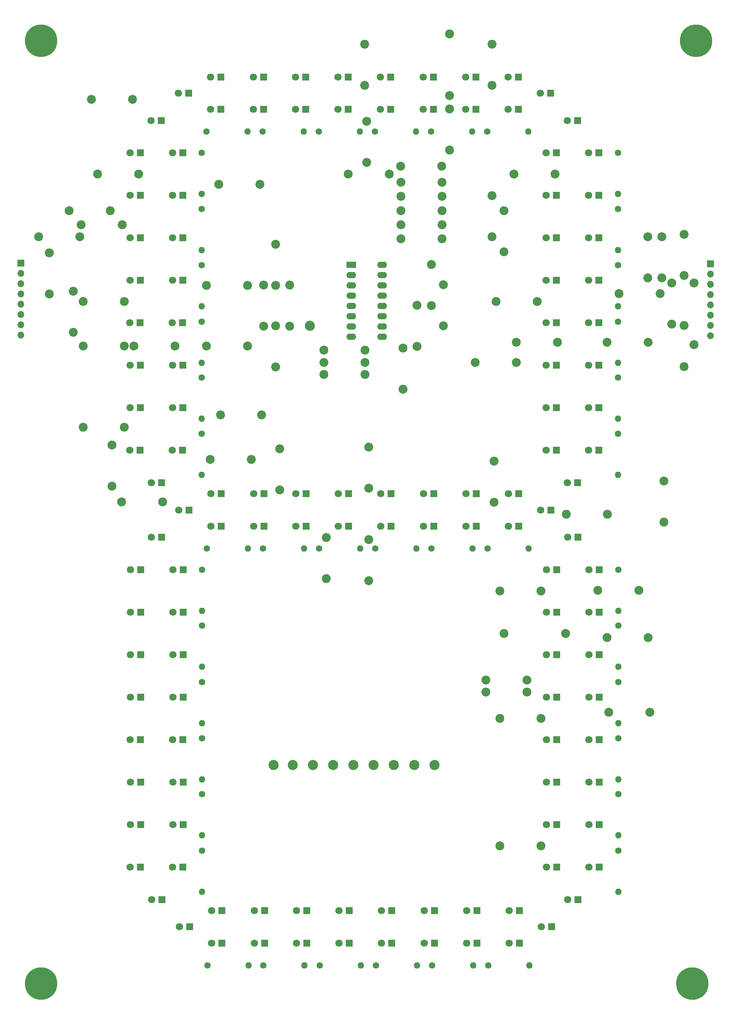
<source format=gbs>
%TF.GenerationSoftware,KiCad,Pcbnew,(6.0.6)*%
%TF.CreationDate,2022-09-29T15:29:04+08:00*%
%TF.ProjectId,7SegmentDisplay_DualLine_8Inches,37536567-6d65-46e7-9444-6973706c6179,rev?*%
%TF.SameCoordinates,Original*%
%TF.FileFunction,Soldermask,Bot*%
%TF.FilePolarity,Negative*%
%FSLAX46Y46*%
G04 Gerber Fmt 4.6, Leading zero omitted, Abs format (unit mm)*
G04 Created by KiCad (PCBNEW (6.0.6)) date 2022-09-29 15:29:04*
%MOMM*%
%LPD*%
G01*
G04 APERTURE LIST*
%ADD10C,0.900000*%
%ADD11C,8.000000*%
%ADD12R,1.800000X1.800000*%
%ADD13C,1.800000*%
%ADD14C,2.200000*%
%ADD15O,2.200000X2.200000*%
%ADD16C,1.600000*%
%ADD17O,1.600000X1.600000*%
%ADD18R,1.700000X1.700000*%
%ADD19O,1.700000X1.700000*%
%ADD20R,2.400000X1.600000*%
%ADD21O,2.400000X1.600000*%
%ADD22C,2.500000*%
G04 APERTURE END LIST*
D10*
%TO.C,REF\u002A\u002A*%
X402000000Y-21000000D03*
X396000000Y-21000000D03*
X396878680Y-23121320D03*
D11*
X399000000Y-21000000D03*
D10*
X396878680Y-18878680D03*
X399000000Y-18000000D03*
X401121320Y-23121320D03*
X401121320Y-18878680D03*
X399000000Y-24000000D03*
%TD*%
%TO.C,REF\u002A\u002A*%
X402000000Y-254000000D03*
X396000000Y-254000000D03*
X396878680Y-256121320D03*
D11*
X399000000Y-254000000D03*
D10*
X396878680Y-251878680D03*
X399000000Y-251000000D03*
X401121320Y-256121320D03*
X401121320Y-251878680D03*
X399000000Y-257000000D03*
%TD*%
%TO.C,REF\u002A\u002A*%
X563000000Y-254000000D03*
X557000000Y-254000000D03*
X557878680Y-256121320D03*
D11*
X560000000Y-254000000D03*
D10*
X557878680Y-251878680D03*
X560000000Y-251000000D03*
X562121320Y-256121320D03*
X562121320Y-251878680D03*
X560000000Y-257000000D03*
%TD*%
%TO.C,REF\u002A\u002A*%
X558000000Y-21000000D03*
X563121320Y-18878680D03*
X561000000Y-24000000D03*
X563121320Y-23121320D03*
X558878680Y-23121320D03*
X558878680Y-18878680D03*
X561000000Y-18000000D03*
D11*
X561000000Y-21000000D03*
D10*
X564000000Y-21000000D03*
%TD*%
D12*
%TO.C,REF\u002A\u002A*%
X526515000Y-162250000D03*
D13*
X523975000Y-162250000D03*
%TD*%
D12*
%TO.C,REF\u002A\u002A*%
X464555000Y-141000000D03*
D13*
X462015000Y-141000000D03*
%TD*%
D12*
%TO.C,REF\u002A\u002A*%
X526485000Y-225250000D03*
D13*
X523945000Y-225250000D03*
%TD*%
D12*
%TO.C,REF\u002A\u002A*%
X423605000Y-172750000D03*
D13*
X421065000Y-172750000D03*
%TD*%
D12*
%TO.C,REF\u002A\u002A*%
X435580000Y-137000000D03*
D13*
X433040000Y-137000000D03*
%TD*%
D14*
%TO.C,REF\u002A\u002A*%
X511500000Y-85500000D03*
D15*
X521660000Y-85500000D03*
%TD*%
D12*
%TO.C,REF\u002A\u002A*%
X454095000Y-133000000D03*
D13*
X451555000Y-133000000D03*
%TD*%
D14*
%TO.C,REF\u002A\u002A*%
X488000000Y-70000000D03*
D15*
X498160000Y-70000000D03*
%TD*%
D14*
%TO.C,REF\u002A\u002A*%
X538920000Y-168500000D03*
D15*
X549080000Y-168500000D03*
%TD*%
D16*
%TO.C,REF\u002A\u002A*%
X541645000Y-76500000D03*
D17*
X541645000Y-86660000D03*
%TD*%
D12*
%TO.C,REF\u002A\u002A*%
X525055000Y-137000000D03*
D13*
X522515000Y-137000000D03*
%TD*%
D16*
%TO.C,REF\u002A\u002A*%
X481670000Y-146500000D03*
D17*
X491830000Y-146500000D03*
%TD*%
D16*
%TO.C,REF\u002A\u002A*%
X467670000Y-43500000D03*
D17*
X477830000Y-43500000D03*
%TD*%
D12*
%TO.C,REF\u002A\u002A*%
X496257500Y-236007500D03*
D13*
X493717500Y-236007500D03*
%TD*%
D16*
%TO.C,REF\u002A\u002A*%
X541725000Y-179500000D03*
D17*
X541725000Y-189660000D03*
%TD*%
D16*
%TO.C,REF\u002A\u002A*%
X440162500Y-249507500D03*
D17*
X450322500Y-249507500D03*
%TD*%
D16*
%TO.C,REF\u002A\u002A*%
X438750000Y-48750000D03*
D17*
X438750000Y-58910000D03*
%TD*%
D12*
%TO.C,REF\u002A\u002A*%
X423525000Y-101250000D03*
D13*
X420985000Y-101250000D03*
%TD*%
D12*
%TO.C,REF\u002A\u002A*%
X434105000Y-151750000D03*
D13*
X431565000Y-151750000D03*
%TD*%
D14*
%TO.C,REF\u002A\u002A*%
X418920000Y-135000000D03*
D15*
X429080000Y-135000000D03*
%TD*%
D16*
%TO.C,REF\u002A\u002A*%
X438830000Y-165580000D03*
D17*
X438830000Y-175740000D03*
%TD*%
D16*
%TO.C,REF\u002A\u002A*%
X509340000Y-43500000D03*
D17*
X519500000Y-43500000D03*
%TD*%
D14*
%TO.C,REF\u002A\u002A*%
X513500000Y-167500000D03*
D15*
X528740000Y-167500000D03*
%TD*%
D14*
%TO.C,REF\u002A\u002A*%
X408920000Y-66500000D03*
D15*
X419080000Y-66500000D03*
%TD*%
D16*
%TO.C,REF\u002A\u002A*%
X453830000Y-146500000D03*
D17*
X463990000Y-146500000D03*
%TD*%
D12*
%TO.C,REF\u002A\u002A*%
X485555000Y-133000000D03*
D13*
X483015000Y-133000000D03*
%TD*%
D12*
%TO.C,REF\u002A\u002A*%
X423525000Y-80250000D03*
D13*
X420985000Y-80250000D03*
%TD*%
D12*
%TO.C,REF\u002A\u002A*%
X423605000Y-204250000D03*
D13*
X421065000Y-204250000D03*
%TD*%
D12*
%TO.C,REF\u002A\u002A*%
X526405000Y-90750000D03*
D13*
X523865000Y-90750000D03*
%TD*%
D12*
%TO.C,REF\u002A\u002A*%
X454015000Y-30000000D03*
D13*
X451475000Y-30000000D03*
%TD*%
D16*
%TO.C,REF\u002A\u002A*%
X438750000Y-118170000D03*
D17*
X438750000Y-128330000D03*
%TD*%
D16*
%TO.C,REF\u002A\u002A*%
X541725000Y-193420000D03*
D17*
X541725000Y-203580000D03*
%TD*%
D18*
%TO.C,REF\u002A\u002A*%
X394000000Y-76000000D03*
D19*
X394000000Y-78540000D03*
X394000000Y-81080000D03*
X394000000Y-83620000D03*
X394000000Y-86160000D03*
X394000000Y-88700000D03*
X394000000Y-91240000D03*
X394000000Y-93780000D03*
%TD*%
D12*
%TO.C,REF\u002A\u002A*%
X434105000Y-204250000D03*
D13*
X431565000Y-204250000D03*
%TD*%
D12*
%TO.C,REF\u002A\u002A*%
X506757500Y-236007500D03*
D13*
X504217500Y-236007500D03*
%TD*%
D14*
%TO.C,REF\u002A\u002A*%
X510500000Y-69500000D03*
D15*
X510500000Y-59340000D03*
%TD*%
D12*
%TO.C,REF\u002A\u002A*%
X434090000Y-193750000D03*
D13*
X431550000Y-193750000D03*
%TD*%
D12*
%TO.C,REF\u002A\u002A*%
X443717500Y-236007500D03*
D13*
X441177500Y-236007500D03*
%TD*%
D12*
%TO.C,REF\u002A\u002A*%
X536985000Y-225250000D03*
D13*
X534445000Y-225250000D03*
%TD*%
D14*
%TO.C,REF\u002A\u002A*%
X409420000Y-116500000D03*
D15*
X419580000Y-116500000D03*
%TD*%
D14*
%TO.C,REF\u002A\u002A*%
X511000000Y-135080000D03*
D15*
X511000000Y-124920000D03*
%TD*%
D14*
%TO.C,REF\u002A\u002A*%
X453500000Y-113500000D03*
D15*
X443340000Y-113500000D03*
%TD*%
D14*
%TO.C,REF\u002A\u002A*%
X552500000Y-79580000D03*
D15*
X552500000Y-69420000D03*
%TD*%
D12*
%TO.C,REF\u002A\u002A*%
X423510000Y-90750000D03*
D13*
X420970000Y-90750000D03*
%TD*%
D12*
%TO.C,REF\u002A\u002A*%
X536920000Y-101250000D03*
D13*
X534380000Y-101250000D03*
%TD*%
D12*
%TO.C,REF\u002A\u002A*%
X475055000Y-141000000D03*
D13*
X472515000Y-141000000D03*
%TD*%
D12*
%TO.C,REF\u002A\u002A*%
X428775000Y-130250000D03*
D13*
X426235000Y-130250000D03*
%TD*%
D12*
%TO.C,REF\u002A\u002A*%
X526485000Y-193750000D03*
D13*
X523945000Y-193750000D03*
%TD*%
D14*
%TO.C,REF\u002A\u002A*%
X457000000Y-71340000D03*
D15*
X457000000Y-81500000D03*
%TD*%
D12*
%TO.C,REF\u002A\u002A*%
X526500000Y-183250000D03*
D13*
X523960000Y-183250000D03*
%TD*%
D12*
%TO.C,REF\u002A\u002A*%
X464717500Y-236007500D03*
D13*
X462177500Y-236007500D03*
%TD*%
D14*
%TO.C,REF\u002A\u002A*%
X416500000Y-131080000D03*
D15*
X416500000Y-120920000D03*
%TD*%
D14*
%TO.C,REF\u002A\u002A*%
X555000000Y-91080000D03*
D15*
X555000000Y-80920000D03*
%TD*%
D14*
%TO.C,REF\u002A\u002A*%
X421580000Y-35500000D03*
D15*
X411420000Y-35500000D03*
%TD*%
D12*
%TO.C,REF\u002A\u002A*%
X434010000Y-90750000D03*
D13*
X431470000Y-90750000D03*
%TD*%
D14*
%TO.C,REF\u002A\u002A*%
X498160000Y-56000000D03*
D15*
X488000000Y-56000000D03*
%TD*%
D12*
%TO.C,REF\u002A\u002A*%
X434105000Y-172750000D03*
D13*
X431565000Y-172750000D03*
%TD*%
D12*
%TO.C,REF\u002A\u002A*%
X526420000Y-111750000D03*
D13*
X523880000Y-111750000D03*
%TD*%
D12*
%TO.C,REF\u002A\u002A*%
X423525000Y-48750000D03*
D13*
X420985000Y-48750000D03*
%TD*%
D14*
%TO.C,REF\u002A\u002A*%
X488000000Y-66500000D03*
D15*
X498160000Y-66500000D03*
%TD*%
D12*
%TO.C,REF\u002A\u002A*%
X423525000Y-69750000D03*
D13*
X420985000Y-69750000D03*
%TD*%
D16*
%TO.C,REF\u002A\u002A*%
X438830000Y-179500000D03*
D17*
X438830000Y-189660000D03*
%TD*%
D14*
%TO.C,REF\u002A\u002A*%
X454000000Y-81420000D03*
D15*
X454000000Y-91580000D03*
%TD*%
D12*
%TO.C,REF\u002A\u002A*%
X428750000Y-40750000D03*
D13*
X426210000Y-40750000D03*
%TD*%
D16*
%TO.C,REF\u002A\u002A*%
X439920000Y-43500000D03*
D17*
X450080000Y-43500000D03*
%TD*%
D12*
%TO.C,REF\u002A\u002A*%
X536935000Y-59250000D03*
D13*
X534395000Y-59250000D03*
%TD*%
D14*
%TO.C,REF\u002A\u002A*%
X468920000Y-103500000D03*
D15*
X479080000Y-103500000D03*
%TD*%
D16*
%TO.C,REF\u002A\u002A*%
X541645000Y-62580000D03*
D17*
X541645000Y-72740000D03*
%TD*%
D14*
%TO.C,REF\u002A\u002A*%
X510500000Y-32080000D03*
D15*
X510500000Y-21920000D03*
%TD*%
D14*
%TO.C,REF\u002A\u002A*%
X480000000Y-154500000D03*
D15*
X480000000Y-144340000D03*
%TD*%
D12*
%TO.C,REF\u002A\u002A*%
X443555000Y-141000000D03*
D13*
X441015000Y-141000000D03*
%TD*%
D12*
%TO.C,REF\u002A\u002A*%
X496015000Y-38000000D03*
D13*
X493475000Y-38000000D03*
%TD*%
D12*
%TO.C,REF\u002A\u002A*%
X531670000Y-130250000D03*
D13*
X529130000Y-130250000D03*
%TD*%
D16*
%TO.C,REF\u002A\u002A*%
X438750000Y-90420000D03*
D17*
X438750000Y-100580000D03*
%TD*%
D12*
%TO.C,REF\u002A\u002A*%
X517095000Y-133000000D03*
D13*
X514555000Y-133000000D03*
%TD*%
D12*
%TO.C,REF\u002A\u002A*%
X443555000Y-133000000D03*
D13*
X441015000Y-133000000D03*
%TD*%
D16*
%TO.C,REF\u002A\u002A*%
X467912500Y-249507500D03*
D17*
X478072500Y-249507500D03*
%TD*%
D12*
%TO.C,REF\u002A\u002A*%
X526500000Y-204250000D03*
D13*
X523960000Y-204250000D03*
%TD*%
D12*
%TO.C,REF\u002A\u002A*%
X434025000Y-111750000D03*
D13*
X431485000Y-111750000D03*
%TD*%
D12*
%TO.C,REF\u002A\u002A*%
X434090000Y-225250000D03*
D13*
X431550000Y-225250000D03*
%TD*%
D12*
%TO.C,REF\u002A\u002A*%
X475217500Y-244007500D03*
D13*
X472677500Y-244007500D03*
%TD*%
D12*
%TO.C,REF\u002A\u002A*%
X537000000Y-183250000D03*
D13*
X534460000Y-183250000D03*
%TD*%
D12*
%TO.C,REF\u002A\u002A*%
X423510000Y-122250000D03*
D13*
X420970000Y-122250000D03*
%TD*%
D12*
%TO.C,REF\u002A\u002A*%
X526420000Y-80250000D03*
D13*
X523880000Y-80250000D03*
%TD*%
D14*
%TO.C,REF\u002A\u002A*%
X553000000Y-140000000D03*
D15*
X553000000Y-129840000D03*
%TD*%
D12*
%TO.C,REF\u002A\u002A*%
X434105000Y-214750000D03*
D13*
X431565000Y-214750000D03*
%TD*%
D14*
%TO.C,REF\u002A\u002A*%
X458000000Y-132000000D03*
D15*
X458000000Y-121840000D03*
%TD*%
D12*
%TO.C,REF\u002A\u002A*%
X526420000Y-101250000D03*
D13*
X523880000Y-101250000D03*
%TD*%
D14*
%TO.C,REF\u002A\u002A*%
X492000000Y-86420000D03*
D15*
X492000000Y-96580000D03*
%TD*%
D12*
%TO.C,REF\u002A\u002A*%
X423540000Y-59250000D03*
D13*
X421000000Y-59250000D03*
%TD*%
D12*
%TO.C,REF\u002A\u002A*%
X475217500Y-236007500D03*
D13*
X472677500Y-236007500D03*
%TD*%
D12*
%TO.C,REF\u002A\u002A*%
X526500000Y-214750000D03*
D13*
X523960000Y-214750000D03*
%TD*%
D14*
%TO.C,REF\u002A\u002A*%
X460500000Y-91580000D03*
D15*
X460500000Y-81420000D03*
%TD*%
D12*
%TO.C,REF\u002A\u002A*%
X434010000Y-122250000D03*
D13*
X431470000Y-122250000D03*
%TD*%
D16*
%TO.C,REF\u002A\u002A*%
X438750000Y-104250000D03*
D17*
X438750000Y-114410000D03*
%TD*%
D16*
%TO.C,REF\u002A\u002A*%
X495500000Y-146500000D03*
D17*
X505660000Y-146500000D03*
%TD*%
D14*
%TO.C,REF\u002A\u002A*%
X512420000Y-220000000D03*
D15*
X522580000Y-220000000D03*
%TD*%
D12*
%TO.C,REF\u002A\u002A*%
X428855000Y-233250000D03*
D13*
X426315000Y-233250000D03*
%TD*%
D12*
%TO.C,REF\u002A\u002A*%
X443717500Y-244007500D03*
D13*
X441177500Y-244007500D03*
%TD*%
D12*
%TO.C,REF\u002A\u002A*%
X423590000Y-193750000D03*
D13*
X421050000Y-193750000D03*
%TD*%
D18*
%TO.C,REF\u002A\u002A*%
X564500000Y-76125000D03*
D19*
X564500000Y-78665000D03*
X564500000Y-81205000D03*
X564500000Y-83745000D03*
X564500000Y-86285000D03*
X564500000Y-88825000D03*
X564500000Y-91365000D03*
X564500000Y-93905000D03*
%TD*%
D14*
%TO.C,REF\u002A\u002A*%
X488000000Y-63000000D03*
D15*
X498160000Y-63000000D03*
%TD*%
D16*
%TO.C,REF\u002A\u002A*%
X481590000Y-43500000D03*
D17*
X491750000Y-43500000D03*
%TD*%
D14*
%TO.C,REF\u002A\u002A*%
X558000000Y-101580000D03*
D15*
X558000000Y-91420000D03*
%TD*%
D14*
%TO.C,REF\u002A\u002A*%
X401000000Y-83580000D03*
D15*
X401000000Y-73420000D03*
%TD*%
D12*
%TO.C,REF\u002A\u002A*%
X423605000Y-151750000D03*
D13*
X421065000Y-151750000D03*
%TD*%
D14*
%TO.C,REF\u002A\u002A*%
X469500000Y-154000000D03*
D15*
X469500000Y-143840000D03*
%TD*%
D14*
%TO.C,REF\u002A\u002A*%
X485080000Y-54000000D03*
D15*
X474920000Y-54000000D03*
%TD*%
D12*
%TO.C,REF\u002A\u002A*%
X526420000Y-69750000D03*
D13*
X523880000Y-69750000D03*
%TD*%
D12*
%TO.C,REF\u002A\u002A*%
X496095000Y-133000000D03*
D13*
X493555000Y-133000000D03*
%TD*%
D12*
%TO.C,REF\u002A\u002A*%
X423620000Y-162250000D03*
D13*
X421080000Y-162250000D03*
%TD*%
D12*
%TO.C,REF\u002A\u002A*%
X496015000Y-30000000D03*
D13*
X493475000Y-30000000D03*
%TD*%
D14*
%TO.C,REF\u002A\u002A*%
X500000000Y-48080000D03*
D15*
X500000000Y-37920000D03*
%TD*%
D16*
%TO.C,REF\u002A\u002A*%
X438830000Y-151750000D03*
D17*
X438830000Y-161910000D03*
%TD*%
D16*
%TO.C,REF\u002A\u002A*%
X438830000Y-207250000D03*
D17*
X438830000Y-217410000D03*
%TD*%
D12*
%TO.C,REF\u002A\u002A*%
X506595000Y-133000000D03*
D13*
X504055000Y-133000000D03*
%TD*%
D12*
%TO.C,REF\u002A\u002A*%
X475055000Y-133000000D03*
D13*
X472515000Y-133000000D03*
%TD*%
D14*
%TO.C,REF\u002A\u002A*%
X541920000Y-83500000D03*
D15*
X552080000Y-83500000D03*
%TD*%
D12*
%TO.C,REF\u002A\u002A*%
X506595000Y-141000000D03*
D13*
X504055000Y-141000000D03*
%TD*%
D14*
%TO.C,REF\u002A\u002A*%
X549000000Y-79580000D03*
D15*
X549000000Y-69420000D03*
%TD*%
D16*
%TO.C,REF\u002A\u002A*%
X438830000Y-221170000D03*
D17*
X438830000Y-231330000D03*
%TD*%
D12*
%TO.C,REF\u002A\u002A*%
X536920000Y-111750000D03*
D13*
X534380000Y-111750000D03*
%TD*%
D16*
%TO.C,REF\u002A\u002A*%
X438830000Y-193420000D03*
D17*
X438830000Y-203580000D03*
%TD*%
D12*
%TO.C,REF\u002A\u002A*%
X517257500Y-236007500D03*
D13*
X514717500Y-236007500D03*
%TD*%
D12*
%TO.C,REF\u002A\u002A*%
X517015000Y-38000000D03*
D13*
X514475000Y-38000000D03*
%TD*%
D12*
%TO.C,REF\u002A\u002A*%
X496257500Y-244007500D03*
D13*
X493717500Y-244007500D03*
%TD*%
D14*
%TO.C,REF\u002A\u002A*%
X442920000Y-56500000D03*
D15*
X453080000Y-56500000D03*
%TD*%
D16*
%TO.C,REF\u002A\u002A*%
X541645000Y-90420000D03*
D17*
X541645000Y-100580000D03*
%TD*%
D12*
%TO.C,REF\u002A\u002A*%
X531725000Y-143750000D03*
D13*
X529185000Y-143750000D03*
%TD*%
D16*
%TO.C,REF\u002A\u002A*%
X453750000Y-43500000D03*
D17*
X463910000Y-43500000D03*
%TD*%
D14*
%TO.C,REF\u002A\u002A*%
X398420000Y-69500000D03*
D15*
X408580000Y-69500000D03*
%TD*%
D16*
%TO.C,REF\u002A\u002A*%
X541725000Y-151750000D03*
D17*
X541725000Y-161910000D03*
%TD*%
D14*
%TO.C,REF\u002A\u002A*%
X516500000Y-95500000D03*
D15*
X526660000Y-95500000D03*
%TD*%
D14*
%TO.C,REF\u002A\u002A*%
X479080000Y-100500000D03*
D15*
X468920000Y-100500000D03*
%TD*%
D12*
%TO.C,REF\u002A\u002A*%
X423605000Y-214750000D03*
D13*
X421065000Y-214750000D03*
%TD*%
D12*
%TO.C,REF\u002A\u002A*%
X506757500Y-244007500D03*
D13*
X504217500Y-244007500D03*
%TD*%
D16*
%TO.C,REF\u002A\u002A*%
X541725000Y-221170000D03*
D17*
X541725000Y-231330000D03*
%TD*%
D14*
%TO.C,REF\u002A\u002A*%
X498080000Y-52000000D03*
D15*
X487920000Y-52000000D03*
%TD*%
D12*
%TO.C,REF\u002A\u002A*%
X537015000Y-162250000D03*
D13*
X534475000Y-162250000D03*
%TD*%
D16*
%TO.C,REF\u002A\u002A*%
X509420000Y-146500000D03*
D17*
X519580000Y-146500000D03*
%TD*%
D12*
%TO.C,REF\u002A\u002A*%
X464475000Y-38000000D03*
D13*
X461935000Y-38000000D03*
%TD*%
D12*
%TO.C,REF\u002A\u002A*%
X454257500Y-236007500D03*
D13*
X451717500Y-236007500D03*
%TD*%
D12*
%TO.C,REF\u002A\u002A*%
X434025000Y-80250000D03*
D13*
X431485000Y-80250000D03*
%TD*%
D12*
%TO.C,REF\u002A\u002A*%
X434025000Y-69750000D03*
D13*
X431485000Y-69750000D03*
%TD*%
D14*
%TO.C,REF\u002A\u002A*%
X440840000Y-124500000D03*
D15*
X451000000Y-124500000D03*
%TD*%
D14*
%TO.C,REF\u002A\u002A*%
X509000000Y-182000000D03*
D15*
X519160000Y-182000000D03*
%TD*%
D14*
%TO.C,REF\u002A\u002A*%
X480000000Y-131580000D03*
D15*
X480000000Y-121420000D03*
%TD*%
D14*
%TO.C,REF\u002A\u002A*%
X528920000Y-138000000D03*
D15*
X539080000Y-138000000D03*
%TD*%
D12*
%TO.C,REF\u002A\u002A*%
X525217500Y-240007500D03*
D13*
X522677500Y-240007500D03*
%TD*%
D20*
%TO.C,REF\u002A\u002A*%
X475675000Y-76375000D03*
D21*
X475675000Y-78915000D03*
X475675000Y-81455000D03*
X475675000Y-83995000D03*
X475675000Y-86535000D03*
X475675000Y-89075000D03*
X475675000Y-91615000D03*
X475675000Y-94155000D03*
X483295000Y-94155000D03*
X483295000Y-91615000D03*
X483295000Y-89075000D03*
X483295000Y-86535000D03*
X483295000Y-83995000D03*
X483295000Y-81455000D03*
X483295000Y-78915000D03*
X483295000Y-76375000D03*
%TD*%
D16*
%TO.C,REF\u002A\u002A*%
X453992500Y-249507500D03*
D17*
X464152500Y-249507500D03*
%TD*%
D12*
%TO.C,REF\u002A\u002A*%
X506515000Y-30000000D03*
D13*
X503975000Y-30000000D03*
%TD*%
D12*
%TO.C,REF\u002A\u002A*%
X485475000Y-30000000D03*
D13*
X482935000Y-30000000D03*
%TD*%
D16*
%TO.C,REF\u002A\u002A*%
X541645000Y-48750000D03*
D17*
X541645000Y-58910000D03*
%TD*%
D12*
%TO.C,REF\u002A\u002A*%
X474975000Y-38000000D03*
D13*
X472435000Y-38000000D03*
%TD*%
D12*
%TO.C,REF\u002A\u002A*%
X464555000Y-133000000D03*
D13*
X462015000Y-133000000D03*
%TD*%
D12*
%TO.C,REF\u002A\u002A*%
X524975000Y-34000000D03*
D13*
X522435000Y-34000000D03*
%TD*%
D16*
%TO.C,REF\u002A\u002A*%
X541645000Y-118170000D03*
D17*
X541645000Y-128330000D03*
%TD*%
D12*
%TO.C,REF\u002A\u002A*%
X536920000Y-48750000D03*
D13*
X534380000Y-48750000D03*
%TD*%
D12*
%TO.C,REF\u002A\u002A*%
X526420000Y-48750000D03*
D13*
X523880000Y-48750000D03*
%TD*%
D12*
%TO.C,REF\u002A\u002A*%
X434025000Y-101250000D03*
D13*
X431485000Y-101250000D03*
%TD*%
D12*
%TO.C,REF\u002A\u002A*%
X496095000Y-141000000D03*
D13*
X493555000Y-141000000D03*
%TD*%
D14*
%TO.C,REF\u002A\u002A*%
X500000000Y-34620000D03*
D15*
X500000000Y-19380000D03*
%TD*%
D12*
%TO.C,REF\u002A\u002A*%
X464475000Y-30000000D03*
D13*
X461935000Y-30000000D03*
%TD*%
D14*
%TO.C,REF\u002A\u002A*%
X515920000Y-54000000D03*
D15*
X526080000Y-54000000D03*
%TD*%
D14*
%TO.C,REF\u002A\u002A*%
X450080000Y-96500000D03*
D15*
X439920000Y-96500000D03*
%TD*%
D14*
%TO.C,REF\u002A\u002A*%
X558000000Y-79000000D03*
D15*
X558000000Y-68840000D03*
%TD*%
D16*
%TO.C,REF\u002A\u002A*%
X509582500Y-249507500D03*
D17*
X519742500Y-249507500D03*
%TD*%
D14*
%TO.C,REF\u002A\u002A*%
X488500000Y-97000000D03*
D15*
X488500000Y-107160000D03*
%TD*%
D16*
%TO.C,REF\u002A\u002A*%
X541725000Y-207250000D03*
D17*
X541725000Y-217410000D03*
%TD*%
D12*
%TO.C,REF\u002A\u002A*%
X434025000Y-48750000D03*
D13*
X431485000Y-48750000D03*
%TD*%
D12*
%TO.C,REF\u002A\u002A*%
X536985000Y-193750000D03*
D13*
X534445000Y-193750000D03*
%TD*%
D14*
%TO.C,REF\u002A\u002A*%
X513500000Y-73160000D03*
D15*
X513500000Y-63000000D03*
%TD*%
D16*
%TO.C,REF\u002A\u002A*%
X440000000Y-146500000D03*
D17*
X450160000Y-146500000D03*
%TD*%
D12*
%TO.C,REF\u002A\u002A*%
X423525000Y-111750000D03*
D13*
X420985000Y-111750000D03*
%TD*%
D16*
%TO.C,REF\u002A\u002A*%
X467750000Y-146500000D03*
D17*
X477910000Y-146500000D03*
%TD*%
D14*
%TO.C,REF\u002A\u002A*%
X432080000Y-96500000D03*
D15*
X421920000Y-96500000D03*
%TD*%
D12*
%TO.C,REF\u002A\u002A*%
X454095000Y-141000000D03*
D13*
X451555000Y-141000000D03*
%TD*%
D12*
%TO.C,REF\u002A\u002A*%
X485717500Y-236007500D03*
D13*
X483177500Y-236007500D03*
%TD*%
D12*
%TO.C,REF\u002A\u002A*%
X531645000Y-40750000D03*
D13*
X529105000Y-40750000D03*
%TD*%
D12*
%TO.C,REF\u002A\u002A*%
X536905000Y-122250000D03*
D13*
X534365000Y-122250000D03*
%TD*%
D12*
%TO.C,REF\u002A\u002A*%
X517257500Y-244007500D03*
D13*
X514717500Y-244007500D03*
%TD*%
D16*
%TO.C,REF\u002A\u002A*%
X541725000Y-165580000D03*
D17*
X541725000Y-175740000D03*
%TD*%
D12*
%TO.C,REF\u002A\u002A*%
X537000000Y-172750000D03*
D13*
X534460000Y-172750000D03*
%TD*%
D12*
%TO.C,REF\u002A\u002A*%
X423590000Y-225250000D03*
D13*
X421050000Y-225250000D03*
%TD*%
D12*
%TO.C,REF\u002A\u002A*%
X464717500Y-244007500D03*
D13*
X462177500Y-244007500D03*
%TD*%
D12*
%TO.C,REF\u002A\u002A*%
X434120000Y-162250000D03*
D13*
X431580000Y-162250000D03*
%TD*%
D14*
%TO.C,REF\u002A\u002A*%
X479500000Y-51080000D03*
D15*
X479500000Y-40920000D03*
%TD*%
D12*
%TO.C,REF\u002A\u002A*%
X536920000Y-69750000D03*
D13*
X534380000Y-69750000D03*
%TD*%
D12*
%TO.C,REF\u002A\u002A*%
X454257500Y-244007500D03*
D13*
X451717500Y-244007500D03*
%TD*%
D16*
%TO.C,REF\u002A\u002A*%
X495662500Y-249507500D03*
D17*
X505822500Y-249507500D03*
%TD*%
D12*
%TO.C,REF\u002A\u002A*%
X485555000Y-141000000D03*
D13*
X483015000Y-141000000D03*
%TD*%
D12*
%TO.C,REF\u002A\u002A*%
X443475000Y-30000000D03*
D13*
X440935000Y-30000000D03*
%TD*%
D14*
%TO.C,REF\u002A\u002A*%
X468920000Y-97500000D03*
D15*
X479080000Y-97500000D03*
%TD*%
D14*
%TO.C,REF\u002A\u002A*%
X512420000Y-157000000D03*
D15*
X522580000Y-157000000D03*
%TD*%
D12*
%TO.C,REF\u002A\u002A*%
X536920000Y-80250000D03*
D13*
X534380000Y-80250000D03*
%TD*%
D12*
%TO.C,REF\u002A\u002A*%
X434105000Y-183250000D03*
D13*
X431565000Y-183250000D03*
%TD*%
D12*
%TO.C,REF\u002A\u002A*%
X423605000Y-183250000D03*
D13*
X421065000Y-183250000D03*
%TD*%
D12*
%TO.C,REF\u002A\u002A*%
X435500000Y-34000000D03*
D13*
X432960000Y-34000000D03*
%TD*%
D12*
%TO.C,REF\u002A\u002A*%
X485475000Y-38000000D03*
D13*
X482935000Y-38000000D03*
%TD*%
D12*
%TO.C,REF\u002A\u002A*%
X526405000Y-122250000D03*
D13*
X523865000Y-122250000D03*
%TD*%
D14*
%TO.C,REF\u002A\u002A*%
X539000000Y-95500000D03*
D15*
X549160000Y-95500000D03*
%TD*%
D12*
%TO.C,REF\u002A\u002A*%
X536905000Y-90750000D03*
D13*
X534365000Y-90750000D03*
%TD*%
D12*
%TO.C,REF\u002A\u002A*%
X454015000Y-38000000D03*
D13*
X451475000Y-38000000D03*
%TD*%
D14*
%TO.C,REF\u002A\u002A*%
X509000000Y-179000000D03*
D15*
X519160000Y-179000000D03*
%TD*%
D12*
%TO.C,REF\u002A\u002A*%
X517015000Y-30000000D03*
D13*
X514475000Y-30000000D03*
%TD*%
D14*
%TO.C,REF\u002A\u002A*%
X413000000Y-54000000D03*
D15*
X423160000Y-54000000D03*
%TD*%
D14*
%TO.C,REF\u002A\u002A*%
X439920000Y-81500000D03*
D15*
X450080000Y-81500000D03*
%TD*%
D14*
%TO.C,REF\u002A\u002A*%
X498500000Y-91500000D03*
D15*
X498500000Y-81340000D03*
%TD*%
D12*
%TO.C,REF\u002A\u002A*%
X526500000Y-151750000D03*
D13*
X523960000Y-151750000D03*
%TD*%
D14*
%TO.C,REF\u002A\u002A*%
X419580000Y-96500000D03*
D15*
X409420000Y-96500000D03*
%TD*%
D14*
%TO.C,REF\u002A\u002A*%
X539420000Y-187000000D03*
D15*
X549580000Y-187000000D03*
%TD*%
D12*
%TO.C,REF\u002A\u002A*%
X537000000Y-214750000D03*
D13*
X534460000Y-214750000D03*
%TD*%
D22*
%TO.C,*%
X465500000Y-91500000D03*
%TD*%
D14*
%TO.C,REF\u002A\u002A*%
X512420000Y-188500000D03*
D15*
X522580000Y-188500000D03*
%TD*%
D16*
%TO.C,REF\u002A\u002A*%
X438750000Y-76500000D03*
D17*
X438750000Y-86660000D03*
%TD*%
D14*
%TO.C,REF\u002A\u002A*%
X536645000Y-156830000D03*
D15*
X546805000Y-156830000D03*
%TD*%
D12*
%TO.C,REF\u002A\u002A*%
X443475000Y-38000000D03*
D13*
X440935000Y-38000000D03*
%TD*%
D14*
%TO.C,REF\u002A\u002A*%
X407000000Y-93080000D03*
D15*
X407000000Y-82920000D03*
%TD*%
D12*
%TO.C,REF\u002A\u002A*%
X526435000Y-59250000D03*
D13*
X523895000Y-59250000D03*
%TD*%
D14*
%TO.C,REF\u002A\u002A*%
X479000000Y-32080000D03*
D15*
X479000000Y-21920000D03*
%TD*%
D12*
%TO.C,REF\u002A\u002A*%
X526500000Y-172750000D03*
D13*
X523960000Y-172750000D03*
%TD*%
D14*
%TO.C,REF\u002A\u002A*%
X488000000Y-59500000D03*
D15*
X498160000Y-59500000D03*
%TD*%
D12*
%TO.C,REF\u002A\u002A*%
X435742500Y-240007500D03*
D13*
X433202500Y-240007500D03*
%TD*%
D12*
%TO.C,REF\u002A\u002A*%
X506515000Y-38000000D03*
D13*
X503975000Y-38000000D03*
%TD*%
D12*
%TO.C,REF\u002A\u002A*%
X537000000Y-151750000D03*
D13*
X534460000Y-151750000D03*
%TD*%
D12*
%TO.C,REF\u002A\u002A*%
X434040000Y-59250000D03*
D13*
X431500000Y-59250000D03*
%TD*%
D14*
%TO.C,REF\u002A\u002A*%
X506340000Y-100500000D03*
D15*
X516500000Y-100500000D03*
%TD*%
D14*
%TO.C,REF\u002A\u002A*%
X405920000Y-63000000D03*
D15*
X416080000Y-63000000D03*
%TD*%
D14*
%TO.C,REF\u002A\u002A*%
X409420000Y-85500000D03*
D15*
X419580000Y-85500000D03*
%TD*%
D12*
%TO.C,REF\u002A\u002A*%
X428830000Y-143750000D03*
D13*
X426290000Y-143750000D03*
%TD*%
D12*
%TO.C,REF\u002A\u002A*%
X531750000Y-233250000D03*
D13*
X529210000Y-233250000D03*
%TD*%
D14*
%TO.C,REF\u002A\u002A*%
X560500000Y-96120000D03*
D15*
X560500000Y-80880000D03*
%TD*%
D16*
%TO.C,REF\u002A\u002A*%
X541645000Y-104250000D03*
D17*
X541645000Y-114410000D03*
%TD*%
D14*
%TO.C,REF\u002A\u002A*%
X457000000Y-91500000D03*
D15*
X457000000Y-101660000D03*
%TD*%
D16*
%TO.C,REF\u002A\u002A*%
X495420000Y-43500000D03*
D17*
X505580000Y-43500000D03*
%TD*%
D12*
%TO.C,REF\u002A\u002A*%
X474975000Y-30000000D03*
D13*
X472435000Y-30000000D03*
%TD*%
D12*
%TO.C,REF\u002A\u002A*%
X485717500Y-244007500D03*
D13*
X483177500Y-244007500D03*
%TD*%
D16*
%TO.C,REF\u002A\u002A*%
X438750000Y-62580000D03*
D17*
X438750000Y-72740000D03*
%TD*%
D12*
%TO.C,REF\u002A\u002A*%
X537000000Y-204250000D03*
D13*
X534460000Y-204250000D03*
%TD*%
D16*
%TO.C,REF\u002A\u002A*%
X481832500Y-249507500D03*
D17*
X491992500Y-249507500D03*
%TD*%
D12*
%TO.C,REF\u002A\u002A*%
X517095000Y-141000000D03*
D13*
X514555000Y-141000000D03*
%TD*%
D14*
%TO.C,REF\u002A\u002A*%
X495500000Y-86500000D03*
D15*
X495500000Y-76340000D03*
%TD*%
D22*
%TO.C,REF\u002A\u002A*%
X481250000Y-200000000D03*
%TD*%
%TO.C,REF\u002A\u002A*%
X466250000Y-200000000D03*
%TD*%
%TO.C,REF\u002A\u002A*%
X461250000Y-200000000D03*
%TD*%
%TO.C,REF\u002A\u002A*%
X456500000Y-200000000D03*
%TD*%
%TO.C,REF\u002A\u002A*%
X486250000Y-200000000D03*
%TD*%
%TO.C,REF\u002A\u002A*%
X476250000Y-200000000D03*
%TD*%
%TO.C,REF\u002A\u002A*%
X491250000Y-200000000D03*
%TD*%
%TO.C,REF\u002A\u002A*%
X496250000Y-200000000D03*
%TD*%
%TO.C,REF\u002A\u002A*%
X471250000Y-200000000D03*
%TD*%
M02*

</source>
